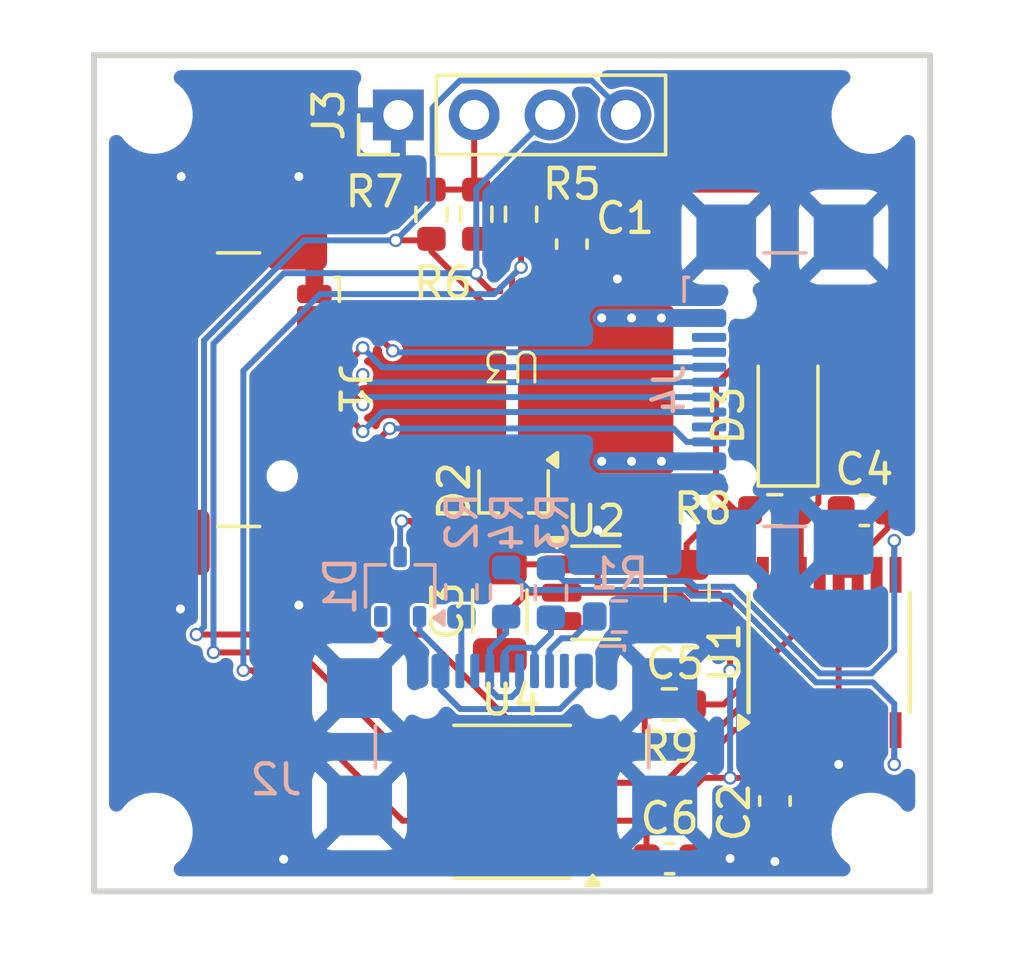
<source format=kicad_pcb>
(kicad_pcb (version 20240108) (generator "pcbnew") (generator_version "8.0")
  (layers (0 "F.Cu" signal) (31 "B.Cu" signal) (34 "B.Paste" user) (35 "F.Paste" user) (36 "B.SilkS" user "B.Silkscreen") (37 "F.SilkS" user "F.Silkscreen") (38 "B.Mask" user) (39 "F.Mask" user) (44 "Edge.Cuts" user))
  (net 0 "")
  (net 1 "+3.3V")
  (net 2 "Net-(D1-A)")
  (net 3 "/VBUS2")
  (net 4 "/VBUS1")
  (net 5 "/I2C_SDA")
  (net 6 "/I2C_SCL")
  (net 7 "/INTn_INA")
  (net 8 "/VBUSFT")
  (net 11 "/UPDI")
  (net 12 "Net-(D3-K)")
  (net 14 "/BD+")
  (net 15 "/AD+")
  (net 17 "/CC1")
  (net 18 "/CC2")
  (net 21 "/D-")
  (net 22 "/D+")
  (net 26 "/RxD")
  (net 28 "/TxD")
  (net 32 "Net-(J2-D+-PadA6)")
  (net 33 "Net-(J2-D--PadA7)")
  (net 34 "Net-(J2-CC1)")
  (net 35 "Net-(J2-CC2)")
  (net 37 "/AD-")
  (net 38 "/BD-")
  (net 39 "GND")
  (net 40 "Net-(U4-~{RESET}{slash}PA0)")
  (footprint "Capacitor_SMD:C_0603_1608Metric" (layer "F.Cu") (at 159.475 123.1 180)
    (property "Reference" "C6" (at 0 1.3476 0) (layer "F.SilkS"))
    (property "Value" "100nF")
    (pad "1" smd roundrect (at -0.775 0 180) (size 0.9 0.95) (layers "F.Cu" "F.Paste" "F.Mask") (net 39 "GND"))
    (pad "2" smd roundrect (at 0.775 0 180) (size 0.9 0.95) (layers "F.Cu" "F.Paste" "F.Mask") (net 1 "+3.3V"))
  )
  (footprint "Package_SO:SOIC-8_3.9x4.9mm_P1.27mm" (layer "F.Cu") (at 154.2 121.2 180)
    (property "Reference" "U4" (at 0.03 3.41 0) (layer "F.SilkS"))
    (property "Value" "ATtiny202-SS")
    (pad "1" smd roundrect (at -2.475 -1.905 180) (size 1.95 0.6) (layers "F.Cu" "F.Paste" "F.Mask") (net 1 "+3.3V"))
    (pad "2" smd roundrect (at -2.475 -0.635 180) (size 1.95 0.6) (layers "F.Cu" "F.Paste" "F.Mask") (net 28 "/TxD"))
    (pad "3" smd roundrect (at -2.475 0.635 180) (size 1.95 0.6) (layers "F.Cu" "F.Paste" "F.Mask") (net 26 "/RxD"))
    (pad "4" smd roundrect (at -2.475 1.905 180) (size 1.95 0.6) (layers "F.Cu" "F.Paste" "F.Mask") (net 5 "/I2C_SDA"))
    (pad "5" smd roundrect (at 2.475 1.905 180) (size 1.95 0.6) (layers "F.Cu" "F.Paste" "F.Mask") (net 6 "/I2C_SCL"))
    (pad "6" smd roundrect (at 2.475 0.635 180) (size 1.95 0.6) (layers "F.Cu" "F.Paste" "F.Mask") (net 40 "Net-(U4-~{RESET}{slash}PA0)"))
    (pad "7" smd roundrect (at 2.475 -0.635 180) (size 1.95 0.6) (layers "F.Cu" "F.Paste" "F.Mask") (net 7 "/INTn_INA"))
    (pad "8" smd roundrect (at 2.475 -1.905 180) (size 1.95 0.6) (layers "F.Cu" "F.Paste" "F.Mask") (net 39 "GND"))
  )
  (footprint "Package_TO_SOT_SMD:SOT-23-5" (layer "F.Cu") (at 157 114.2)
    (property "Reference" "U2" (at 0 -2.4 0) (layer "F.SilkS"))
    (property "Value" "TLV709A33DBV")
    (pad "1" smd roundrect (at -1.1375 -0.95) (size 1.325 0.6) (layers "F.Cu" "F.Paste" "F.Mask") (net 2 "Net-(D1-A)"))
    (pad "2" smd roundrect (at -1.1375 0) (size 1.325 0.6) (layers "F.Cu" "F.Paste" "F.Mask") (net 39 "GND"))
    (pad "3" smd roundrect (at -1.1375 0.95) (size 1.325 0.6) (layers "F.Cu" "F.Paste" "F.Mask"))
    (pad "4" smd roundrect (at 1.1375 0.95) (size 1.325 0.6) (layers "F.Cu" "F.Paste" "F.Mask"))
    (pad "5" smd roundrect (at 1.1375 -0.95) (size 1.325 0.6) (layers "F.Cu" "F.Paste" "F.Mask") (net 1 "+3.3V"))
  )
  (footprint "Capacitor_SMD:C_0603_1608Metric" (layer "F.Cu") (at 156.2 102.525 90)
    (property "Reference" "C1" (at 0.864 1.78 180) (layer "F.SilkS"))
    (property "Value" "100nF")
    (pad "1" smd roundrect (at -0.775 0 90) (size 0.9 0.95) (layers "F.Cu" "F.Paste" "F.Mask") (net 1 "+3.3V"))
    (pad "2" smd roundrect (at 0.775 0 90) (size 0.9 0.95) (layers "F.Cu" "F.Paste" "F.Mask") (net 39 "GND"))
  )
  (footprint "Capacitor_SMD:C_0603_1608Metric" (layer "F.Cu") (at 165.994 111.44 180)
    (property "Reference" "C4" (at 0 1.3716 0) (layer "F.SilkS"))
    (property "Value" "100nF")
    (pad "1" smd roundrect (at -0.775 0 180) (size 0.9 0.95) (layers "F.Cu" "F.Paste" "F.Mask") (net 1 "+3.3V"))
    (pad "2" smd roundrect (at 0.775 0 180) (size 0.9 0.95) (layers "F.Cu" "F.Paste" "F.Mask") (net 39 "GND"))
  )
  (footprint "Connector_PinHeader_2.54mm:PinHeader_1x04_P2.54mm_Vertical" (layer "F.Cu") (at 150.39 98.2 90)
    (property "Reference" "J3" (at 0 -2.33 90) (layer "F.SilkS"))
    (property "Value" "Conn_01x04_Pin")
    (pad "1" thru_hole rect (at 0 0 90) (size 1.7 1.7) (drill 1) (layers "*.Cu" "*.Mask") (net 39 "GND"))
    (pad "2" thru_hole oval (at 0 2.54 90) (size 1.7 1.7) (drill 1) (layers "*.Cu" "*.Mask") (net 1 "+3.3V"))
    (pad "3" thru_hole oval (at 0 5.08 90) (size 1.7 1.7) (drill 1) (layers "*.Cu" "*.Mask") (net 6 "/I2C_SCL"))
    (pad "4" thru_hole oval (at 0 7.62 90) (size 1.7 1.7) (drill 1) (layers "*.Cu" "*.Mask") (net 5 "/I2C_SDA"))
  )
  (footprint "Resistor_SMD:R_0603_1608Metric" (layer "F.Cu") (at 162.996 111.44 180)
    (property "Reference" "R8" (at 2.405 0.052 0) (layer "F.SilkS"))
    (property "Value" "3,3k")
    (pad "1" smd roundrect (at -0.825 0 180) (size 0.8 0.95) (layers "F.Cu" "F.Paste" "F.Mask") (net 11 "/UPDI"))
    (pad "2" smd roundrect (at 0.825 0 180) (size 0.8 0.95) (layers "F.Cu" "F.Paste" "F.Mask") (net 1 "+3.3V"))
  )
  (footprint "Resistor_SMD:R_0603_1608Metric" (layer "F.Cu") (at 151.5 101.525 90)
    (property "Reference" "R7" (at 0.753 -1.902 180) (layer "F.SilkS"))
    (property "Value" "10k")
    (pad "1" smd roundrect (at -0.825 0 90) (size 0.8 0.95) (layers "F.Cu" "F.Paste" "F.Mask") (net 5 "/I2C_SDA"))
    (pad "2" smd roundrect (at 0.825 0 90) (size 0.8 0.95) (layers "F.Cu" "F.Paste" "F.Mask") (net 1 "+3.3V"))
  )
  (footprint "Resistor_SMD:R_0603_1608Metric" (layer "F.Cu") (at 159.4654 117.9424 180)
    (property "Reference" "R9" (at 0 -1.43 0) (layer "F.SilkS"))
    (property "Value" "0")
    (pad "1" smd roundrect (at -0.825 0 180) (size 0.8 0.95) (layers "F.Cu" "F.Paste" "F.Mask") (net 11 "/UPDI"))
    (pad "2" smd roundrect (at 0.825 0 180) (size 0.8 0.95) (layers "F.Cu" "F.Paste" "F.Mask") (net 40 "Net-(U4-~{RESET}{slash}PA0)"))
  )
  (footprint "usb-c-power-meter:YWF0008A" (layer "F.Cu") (at 154.2 104.6 180)
    (property "Reference" "U3" (at 0 -2 180) (layer "F.SilkS") (effects (font (thickness 0.1))))
    (property "Value" "INA700AYWFR")
    (pad "A1" smd roundrect (at -0.387 -0.4 180) (size 0.3 0.404) (layers "F.Cu" "F.Paste" "F.Mask") (roundrect_rratio 0.1666666667) (net 3 "/VBUS2"))
    (pad "A3" smd roundrect (at 0.387 -0.4 180) (size 0.3 0.404) (layers "F.Cu" "F.Paste" "F.Mask") (roundrect_rratio 0.1666666667) (net 4 "/VBUS1"))
    (pad "B1" smd roundrect (at -0.4 0.102 180) (size 0.2 0.2) (layers "F.Cu" "F.Paste" "F.Mask") (net 39 "GND"))
    (pad "B2" smd roundrect (at 0 0.102 180) (size 0.2 0.2) (layers "F.Cu" "F.Paste" "F.Mask") (net 39 "GND"))
    (pad "B3" smd roundrect (at 0.4 0.102 180) (size 0.2 0.2) (layers "F.Cu" "F.Paste" "F.Mask") (net 5 "/I2C_SDA"))
    (pad "C1" smd roundrect (at -0.4 0.502 180) (size 0.2 0.2) (layers "F.Cu" "F.Paste" "F.Mask") (net 1 "+3.3V"))
    (pad "C2" smd roundrect (at 0 0.502 180) (size 0.2 0.2) (layers "F.Cu" "F.Paste" "F.Mask") (net 7 "/INTn_INA"))
    (pad "C3" smd roundrect (at 0.4 0.502 180) (size 0.2 0.2) (layers "F.Cu" "F.Paste" "F.Mask") (net 6 "/I2C_SCL"))
  )
  (footprint "Capacitor_SMD:C_0805_2012Metric" (layer "F.Cu") (at 160.0628 114.2188 -90)
    (property "Reference" "C5" (at 2.352 0.4064 0) (layer "F.SilkS"))
    (property "Value" "10uF")
    (pad "1" smd roundrect (at -0.95 0 270) (size 1 1.45) (layers "F.Cu" "F.Paste" "F.Mask") (net 1 "+3.3V"))
    (pad "2" smd roundrect (at 0.95 0 270) (size 1 1.45) (layers "F.Cu" "F.Paste" "F.Mask") (net 39 "GND"))
  )
  (footprint "Capacitor_SMD:C_1206_3216Metric" (layer "F.Cu") (at 153.789 114.82 -90)
    (property "Reference" "C3" (at 0 1.7526 -90) (layer "F.SilkS"))
    (property "Value" "10uF")
    (pad "1" smd roundrect (at -1.475 0 270) (size 1.15 1.8) (layers "F.Cu" "F.Paste" "F.Mask") (roundrect_rratio 0.217391) (net 2 "Net-(D1-A)"))
    (pad "2" smd roundrect (at 1.475 0 270) (size 1.15 1.8) (layers "F.Cu" "F.Paste" "F.Mask") (roundrect_rratio 0.217391) (net 39 "GND"))
  )
  (footprint "Resistor_SMD:R_0603_1608Metric" (layer "F.Cu") (at 154.5 101.525 90)
    (property "Reference" "R5" (at 1.007 1.702 180) (layer "F.SilkS"))
    (property "Value" "10k")
    (pad "1" smd roundrect (at -0.825 0 90) (size 0.8 0.95) (layers "F.Cu" "F.Paste" "F.Mask") (net 7 "/INTn_INA"))
    (pad "2" smd roundrect (at 0.825 0 90) (size 0.8 0.95) (layers "F.Cu" "F.Paste" "F.Mask") (net 1 "+3.3V"))
  )
  (footprint "Diode_SMD:D_SOD-123" (layer "F.Cu") (at 163.441 108.266 90)
    (property "Reference" "D3" (at 0 -2 90) (layer "F.SilkS"))
    (property "Value" "BAT54GW")
    (pad "1" smd roundrect (at -1.65 0 90) (size 0.9 1.2) (layers "F.Cu" "F.Paste" "F.Mask") (net 12 "Net-(D3-K)"))
    (pad "2" smd roundrect (at 1.65 0 90) (size 0.9 1.2) (layers "F.Cu" "F.Paste" "F.Mask") (net 11 "/UPDI"))
  )
  (footprint "MountingHole:MountingHole_2.2mm_M2" (layer "F.Cu") (at 166.2 98.2)
    (property "Reference" "H2" (hide yes))
    (property "Value" "MountingHole")
    (pad "" np_thru_hole circle (at 0 0) (size 2.2 2.2) (drill 2.2) (layers "F&B.Cu" "*.Mask"))
  )
  (footprint "Connector_USB:USB_C_Receptacle_GCT_USB4110" (layer "F.Cu") (at 143.9 107.4 -90)
    (property "Reference" "J1" (at 0 -5.015 -90) (layer "F.SilkS"))
    (property "Value" "USB4110")
    (pad "" np_thru_hole circle (at -2.89 -2.605 270) (size 0.65 0.65) (drill 0.65) (layers "F&B.Cu" "*.Mask"))
    (pad "" np_thru_hole circle (at 2.89 -2.605 270) (size 0.65 0.65) (drill 0.65) (layers "F&B.Cu" "*.Mask"))
    (pad "A1" smd roundrect (at -3.2 -3.68 270) (size 0.6 1.15) (layers "F.Cu" "F.Paste" "F.Mask") (net 39 "GND"))
    (pad "A4" smd roundrect (at -2.4 -3.68 270) (size 0.6 1.15) (layers "F.Cu" "F.Paste" "F.Mask") (net 4 "/VBUS1"))
    (pad "A5" smd roundrect (at -1.25 -3.68 270) (size 0.3 1.15) (layers "F.Cu" "F.Paste" "F.Mask") (net 17 "/CC1"))
    (pad "A6" smd roundrect (at -0.25 -3.68 270) (size 0.3 1.15) (layers "F.Cu" "F.Paste" "F.Mask") (net 15 "/AD+"))
    (pad "A7" smd roundrect (at 0.25 -3.68 270) (size 0.3 1.15) (layers "F.Cu" "F.Paste" "F.Mask") (net 37 "/AD-"))
    (pad "A8" smd roundrect (at 1.25 -3.68 270) (size 0.3 1.15) (layers "F.Cu" "F.Paste" "F.Mask"))
    (pad "A9" smd roundrect (at 2.4 -3.68 270) (size 0.6 1.15) (layers "F.Cu" "F.Paste" "F.Mask") (net 4 "/VBUS1"))
    (pad "A12" smd roundrect (at 3.2 -3.68 270) (size 0.6 1.15) (layers "F.Cu" "F.Paste" "F.Mask") (net 39 "GND"))
    (pad "B1" smd roundrect (at 3.2 -3.68 270) (size 0.6 1.15) (layers "F.Cu" "F.Paste" "F.Mask") (net 39 "GND"))
    (pad "B4" smd roundrect (at 2.4 -3.68 270) (size 0.6 1.15) (layers "F.Cu" "F.Paste" "F.Mask") (net 4 "/VBUS1"))
    (pad "B5" smd roundrect (at 1.75 -3.68 270) (size 0.3 1.15) (layers "F.Cu" "F.Paste" "F.Mask") (net 18 "/CC2"))
    (pad "B6" smd roundrect (at 0.75 -3.68 270) (size 0.3 1.15) (layers "F.Cu" "F.Paste" "F.Mask") (net 14 "/BD+"))
    (pad "B7" smd roundrect (at -0.75 -3.68 270) (size 0.3 1.15) (layers "F.Cu" "F.Paste" "F.Mask") (net 38 "/BD-"))
    (pad "B8" smd roundrect (at -1.75 -3.68 270) (size 0.3 1.15) (layers "F.Cu" "F.Paste" "F.Mask"))
    (pad "B9" smd roundrect (at -2.4 -3.68 270) (size 0.6 1.15) (layers "F.Cu" "F.Paste" "F.Mask") (net 4 "/VBUS1"))
    (pad "B12" smd roundrect (at -3.2 -3.68 270) (size 0.6 1.15) (layers "F.Cu" "F.Paste" "F.Mask") (net 39 "GND"))
    (pad "S1" smd roundrect (at -5.11 -3.105 270) (size 2.18 2) (layers "F.Cu" "F.Paste" "F.Mask") (roundrect_rratio 0.125) (net 39 "GND"))
    (pad "S1" smd roundrect (at -5.11 0.825 270) (size 2.18 2) (layers "F.Cu" "F.Paste" "F.Mask") (roundrect_rratio 0.125) (net 39 "GND"))
    (pad "S1" smd roundrect (at 5.11 -3.105 270) (size 2.18 2) (layers "F.Cu" "F.Paste" "F.Mask") (roundrect_rratio 0.125) (net 39 "GND"))
    (pad "S1" smd roundrect (at 5.11 0.825 270) (size 2.18 2) (layers "F.Cu" "F.Paste" "F.Mask") (roundrect_rratio 0.125) (net 39 "GND"))
  )
  (footprint "Package_TO_SOT_SMD:SOT-323_SC-70" (layer "F.Cu") (at 154.25 110.8 -90)
    (property "Reference" "D2" (at 0.005 1.985 90) (layer "F.SilkS"))
    (property "Value" "BAT854CW")
    (pad "1" smd roundrect (at -1 -0.65 180) (size 0.45 0.7) (layers "F.Cu" "F.Paste" "F.Mask") (net 3 "/VBUS2"))
    (pad "2" smd roundrect (at -1 0.65 180) (size 0.45 0.7) (layers "F.Cu" "F.Paste" "F.Mask") (net 4 "/VBUS1"))
    (pad "3" smd roundrect (at 1 0 180) (size 0.45 0.7) (layers "F.Cu" "F.Paste" "F.Mask") (net 2 "Net-(D1-A)"))
  )
  (footprint "Capacitor_SMD:C_0603_1608Metric" (layer "F.Cu") (at 163 121.175 90)
    (property "Reference" "C2" (at -0.3742 -1.3624 90) (layer "F.SilkS"))
    (property "Value" "100nF")
    (pad "1" smd roundrect (at -0.775 0 90) (size 0.9 0.95) (layers "F.Cu" "F.Paste" "F.Mask") (net 39 "GND"))
    (pad "2" smd roundrect (at 0.775 0 90) (size 0.9 0.95) (layers "F.Cu" "F.Paste" "F.Mask") (net 1 "+3.3V"))
  )
  (footprint "MountingHole:MountingHole_2.2mm_M2" (layer "F.Cu") (at 142.2 122.2)
    (property "Reference" "H3" (hide yes))
    (property "Value" "MountingHole")
    (pad "" np_thru_hole circle (at 0 0) (size 2.2 2.2) (drill 2.2) (layers "F&B.Cu" "*.Mask"))
  )
  (footprint "MountingHole:MountingHole_2.2mm_M2" (layer "F.Cu") (at 142.2 98.2)
    (property "Reference" "H1" (hide yes))
    (property "Value" "MountingHole")
    (pad "" np_thru_hole circle (at 0 0) (size 2.2 2.2) (drill 2.2) (layers "F&B.Cu" "*.Mask"))
  )
  (footprint "Resistor_SMD:R_0603_1608Metric" (layer "F.Cu") (at 153 101.525 90)
    (property "Reference" "R6" (at -2.295 -1.116 180) (layer "F.SilkS"))
    (property "Value" "10k")
    (pad "1" smd roundrect (at -0.825 0 90) (size 0.8 0.95) (layers "F.Cu" "F.Paste" "F.Mask") (net 6 "/I2C_SCL"))
    (pad "2" smd roundrect (at 0.825 0 90) (size 0.8 0.95) (layers "F.Cu" "F.Paste" "F.Mask") (net 1 "+3.3V"))
  )
  (footprint "MountingHole:MountingHole_2.2mm_M2" (layer "F.Cu") (at 166.2 122.2)
    (property "Reference" "H4" (hide yes))
    (property "Value" "MountingHole")
    (pad "" np_thru_hole circle (at 0 0) (size 2.2 2.2) (drill 2.2) (layers "F&B.Cu" "*.Mask"))
  )
  (footprint "Package_SO:SSOP-16_3.9x4.9mm_P0.635mm" (layer "F.Cu") (at 164.8175 116.2 90)
    (property "Reference" "U1" (at 0 -3.5 90) (layer "F.SilkS"))
    (property "Value" "FT230XS")
    (pad "1" smd rect (at -2.6 -2.2225 90) (size 1.2 0.4) (layers "F.Cu" "F.Paste" "F.Mask") (net 28 "/TxD"))
    (pad "2" smd rect (at -2.6 -1.5875 90) (size 1.2 0.4) (layers "F.Cu" "F.Paste" "F.Mask"))
    (pad "3" smd rect (at -2.6 -0.9525 90) (size 1.2 0.4) (layers "F.Cu" "F.Paste" "F.Mask") (net 1 "+3.3V"))
    (pad "4" smd rect (at -2.6 -0.3175 90) (size 1.2 0.4) (layers "F.Cu" "F.Paste" "F.Mask") (net 26 "/RxD"))
    (pad "5" smd rect (at -2.6 0.3175 90) (size 1.2 0.4) (layers "F.Cu" "F.Paste" "F.Mask") (net 39 "GND"))
    (pad "6" smd rect (at -2.6 0.9525 90) (size 1.2 0.4) (layers "F.Cu" "F.Paste" "F.Mask"))
    (pad "7" smd rect (at -2.6 1.5875 90) (size 1.2 0.4) (layers "F.Cu" "F.Paste" "F.Mask"))
    (pad "8" smd rect (at -2.6 2.2225 90) (size 1.2 0.4) (layers "F.Cu" "F.Paste" "F.Mask") (net 22 "/D+"))
    (pad "9" smd rect (at 2.6 2.2225 90) (size 1.2 0.4) (layers "F.Cu" "F.Paste" "F.Mask") (net 21 "/D-"))
    (pad "10" smd rect (at 2.6 1.5875 90) (size 1.2 0.4) (layers "F.Cu" "F.Paste" "F.Mask"))
    (pad "11" smd rect (at 2.6 0.9525 90) (size 1.2 0.4) (layers "F.Cu" "F.Paste" "F.Mask") (net 1 "+3.3V"))
    (pad "12" smd rect (at 2.6 0.3175 90) (size 1.2 0.4) (layers "F.Cu" "F.Paste" "F.Mask") (net 1 "+3.3V"))
    (pad "13" smd rect (at 2.6 -0.3175 90) (size 1.2 0.4) (layers "F.Cu" "F.Paste" "F.Mask") (net 39 "GND"))
    (pad "14" smd rect (at 2.6 -0.9525 90) (size 1.2 0.4) (layers "F.Cu" "F.Paste" "F.Mask") (net 11 "/UPDI"))
    (pad "15" smd rect (at 2.6 -1.5875 90) (size 1.2 0.4) (layers "F.Cu" "F.Paste" "F.Mask") (net 12 "Net-(D3-K)"))
    (pad "16" smd rect (at 2.6 -2.2225 90) (size 1.2 0.4) (layers "F.Cu" "F.Paste" "F.Mask"))
  )
  (footprint "Resistor_SMD:R_0603_1608Metric" (layer "B.Cu") (at 155.5 114.2 -90)
    (property "Reference" "R3" (at -2.379 -0.067 -90) (layer "B.SilkS") (effects (justify mirror)))
    (property "Value" "27")
    (pad "1" smd roundrect (at -0.825 0 270) (size 0.8 0.95) (layers "B.Cu" "B.Paste" "B.Mask") (net 21 "/D-"))
    (pad "2" smd roundrect (at 0.825 0 270) (size 0.8 0.95) (layers "B.Cu" "B.Paste" "B.Mask") (net 33 "Net-(J2-D--PadA7)"))
  )
  (footprint "Resistor_SMD:R_0603_1608Metric" (layer "B.Cu") (at 152.5 114.175 -90)
    (property "Reference" "R2" (at -2.354 -0.019 -90) (layer "B.SilkS") (effects (justify mirror)))
    (property "Value" "5,1k")
    (pad "1" smd roundrect (at -0.825 0 270) (size 0.8 0.95) (layers "B.Cu" "B.Paste" "B.Mask") (net 39 "GND"))
    (pad "2" smd roundrect (at 0.825 0 270) (size 0.8 0.95) (layers "B.Cu" "B.Paste" "B.Mask") (net 35 "Net-(J2-CC2)"))
  )
  (footprint "Connector_USB:USB_C_Receptacle_GCT_USB4110" (layer "B.Cu") (at 164.475 107.4 -90)
    (property "Reference" "J4" (at 0 5.015 90) (layer "B.SilkS") (effects (justify mirror)))
    (property "Value" "USB4110")
    (pad "" np_thru_hole circle (at -2.89 2.605 270) (size 0.65 0.65) (drill 0.65) (layers "F&B.Cu" "*.Mask"))
    (pad "" np_thru_hole circle (at 2.89 2.605 270) (size 0.65 0.65) (drill 0.65) (layers "F&B.Cu" "*.Mask"))
    (pad "A1" smd roundrect (at -3.2 3.68 270) (size 0.6 1.15) (layers "B.Cu" "B.Paste" "B.Mask") (net 39 "GND"))
    (pad "A4" smd roundrect (at -2.4 3.68 270) (size 0.6 1.15) (layers "B.Cu" "B.Paste" "B.Mask") (net 3 "/VBUS2"))
    (pad "A5" smd roundrect (at -1.25 3.68 270) (size 0.3 1.15) (layers "B.Cu" "B.Paste" "B.Mask") (net 17 "/CC1"))
    (pad "A6" smd roundrect (at -0.25 3.68 270) (size 0.3 1.15) (layers "B.Cu" "B.Paste" "B.Mask") (net 15 "/AD+"))
    (pad "A7" smd roundrect (at 0.25 3.68 270) (size 0.3 1.15) (layers "B.Cu" "B.Paste" "B.Mask") (net 37 "/AD-"))
    (pad "A8" smd roundrect (at 1.25 3.68 270) (size 0.3 1.15) (layers "B.Cu" "B.Paste" "B.Mask"))
    (pad "A9" smd roundrect (at 2.4 3.68 270) (size 0.6 1.15) (layers "B.Cu" "B.Paste" "B.Mask") (net 3 "/VBUS2"))
    (pad "A12" smd roundrect (at 3.2 3.68 270) (size 0.6 1.15) (layers "B.Cu" "B.Paste" "B.Mask") (net 39 "GND"))
    (pad "B1" smd roundrect (at 3.2 3.68 270) (size 0.6 1.15) (layers "B.Cu" "B.Paste" "B.Mask") (net 39 "GND"))
    (pad "B4" smd roundrect (at 2.4 3.68 270) (size 0.6 1.15) (layers "B.Cu" "B.Paste" "B.Mask") (net 3 "/VBUS2"))
    (pad "B5" smd roundrect (at 1.75 3.68 270) (size 0.3 1.15) (layers "B.Cu" "B.Paste" "B.Mask") (net 18 "/CC2"))
    (pad "B6" smd roundrect (at 0.75 3.68 270) (size 0.3 1.15) (layers "B.Cu" "B.Paste" "B.Mask") (net 14 "/BD+"))
    (pad "B7" smd roundrect (at -0.75 3.68 270) (size 0.3 1.15) (layers "B.Cu" "B.Paste" "B.Mask") (net 38 "/BD-"))
    (pad "B8" smd roundrect (at -1.75 3.68 270) (size 0.3 1.15) (layers "B.Cu" "B.Paste" "B.Mask"))
    (pad "B9" smd roundrect (at -2.4 3.68 270) (size 0.6 1.15) (layers "B.Cu" "B.Paste" "B.Mask") (net 3 "/VBUS2"))
    (pad "B12" smd roundrect (at -3.2 3.68 270) (size 0.6 1.15) (layers "B.Cu" "B.Paste" "B.Mask") (net 39 "GND"))
    (pad "S1" smd roundrect (at -5.11 -0.825 270) (size 2.18 2) (layers "B.Cu" "B.Paste" "B.Mask") (roundrect_rratio 0.125) (net 39 "GND"))
    (pad "S1" smd roundrect (at -5.11 3.105 270) (size 2.18 2) (layers "B.Cu" "B.Paste" "B.Mask") (roundrect_rratio 0.125) (net 39 "GND"))
    (pad "S1" smd roundrect (at 5.11 -0.825 270) (size 2.18 2) (layers "B.Cu" "B.Paste" "B.Mask") (roundrect_rratio 0.125) (net 39 "GND"))
    (pad "S1" smd roundrect (at 5.11 3.105 270) (size 2.18 2) (layers "B.Cu" "B.Paste" "B.Mask") (roundrect_rratio 0.125) (net 39 "GND"))
  )
  (footprint "Resistor_SMD:R_0603_1608Metric" (layer "B.Cu") (at 157.789 114.996 180)
    (property "Reference" "R1" (at 0 1.43 0) (layer "B.SilkS") (effects (justify mirror)))
    (property "Value" "5,1k")
    (pad "1" smd roundrect (at -0.825 0 180) (size 0.8 0.95) (layers "B.Cu" "B.Paste" "B.Mask") (net 39 "GND"))
    (pad "2" smd roundrect (at 0.825 0 180) (size 0.8 0.95) (layers "B.Cu" "B.Paste" "B.Mask") (net 34 "Net-(J2-CC1)"))
  )
  (footprint "Resistor_SMD:R_0603_1608Metric" (layer "B.Cu") (at 154 114.175 -90)
    (property "Reference" "R4" (at -2.354 -0.043 -90) (layer "B.SilkS") (effects (justify mirror)))
    (property "Value" "27")
    (pad "1" smd roundrect (at -0.825 0 270) (size 0.8 0.95) (layers "B.Cu" "B.Paste" "B.Mask") (net 22 "/D+"))
    (pad "2" smd roundrect (at 0.825 0 270) (size 0.8 0.95) (layers "B.Cu" "B.Paste" "B.Mask") (net 32 "Net-(J2-D+-PadA6)"))
  )
  (footprint "Connector_USB:USB_C_Receptacle_GCT_USB4110" (layer "B.Cu") (at 154.2 120.5 180)
    (property "Reference" "J2" (at 7.904 0.043 0) (layer "B.SilkS") (effects (justify mirror)))
    (property "Value" "USB4110")
    (pad "" np_thru_hole circle (at -2.89 2.605 180) (size 0.65 0.65) (drill 0.65) (layers "F&B.Cu" "*.Mask"))
    (pad "" np_thru_hole circle (at 2.89 2.605 180) (size 0.65 0.65) (drill 0.65) (layers "F&B.Cu" "*.Mask"))
    (pad "A1" smd roundrect (at -3.2 3.68 180) (size 0.6 1.15) (layers "B.Cu" "B.Paste" "B.Mask") (net 39 "GND"))
    (pad "A4" smd roundrect (at -2.4 3.68 180) (size 0.6 1.15) (layers "B.Cu" "B.Paste" "B.Mask") (net 8 "/VBUSFT"))
    (pad "A5" smd roundrect (at -1.25 3.68 180) (size 0.3 1.15) (layers "B.Cu" "B.Paste" "B.Mask") (net 34 "Net-(J2-CC1)"))
    (pad "A6" smd roundrect (at -0.25 3.68 180) (size 0.3 1.15) (layers "B.Cu" "B.Paste" "B.Mask") (net 32 "Net-(J2-D+-PadA6)"))
    (pad "A7" smd roundrect (at 0.25 3.68 180) (size 0.3 1.15) (layers "B.Cu" "B.Paste" "B.Mask") (net 33 "Net-(J2-D--PadA7)"))
    (pad "A8" smd roundrect (at 1.25 3.68 180) (size 0.3 1.15) (layers "B.Cu" "B.Paste" "B.Mask"))
    (pad "A9" smd roundrect (at 2.4 3.68 180) (size 0.6 1.15) (layers "B.Cu" "B.Paste" "B.Mask") (net 8 "/VBUSFT"))
    (pad "A12" smd roundrect (at 3.2 3.68 180) (size 0.6 1.15) (layers "B.Cu" "B.Paste" "B.Mask") (net 39 "GND"))
    (pad "B1" smd roundrect (at 3.2 3.68 180) (size 0.6 1.15) (layers "B.Cu" "B.Paste" "B.Mask") (net 39 "GND"))
    (pad "B4" smd roundrect (at 2.4 3.68 180) (size 0.6 1.15) (layers "B.Cu" "B.Paste" "B.Mask") (net 8 "/VBUSFT"))
    (pad "B5" smd roundrect (at 1.75 3.68 180) (size 0.3 1.15) (layers "B.Cu" "B.Paste" "B.Mask") (net 35 "Net-(J2-CC2)"))
    (pad "B6" smd roundrect (at 0.75 3.68 180) (size 0.3 1.15) (layers "B.Cu" "B.Paste" "B.Mask") (net 32 "Net-(J2-D+-PadA6)"))
    (pad "B7" smd roundrect (at -0.75 3.68 180) (size 0.3 1.15) (layers "B.Cu" "B.Paste" "B.Mask") (net 33 "Net-(J2-D--PadA7)"))
    (pad "B8" smd roundrect (at -1.75 3.68 180) (size 0.3 1.15) (layers "B.Cu" "B.Paste" "B.Mask"))
    (pad "B9" smd roundrect (at -2.4 3.68 180) (size 0.6 1.15) (layers "B.Cu" "B.Paste" "B.Mask") (net 8 "/VBUSFT"))
    (pad "B12" smd roundrect (at -3.2 3.68 180) (size 0.6 1.15) (layers "B.Cu" "B.Paste" "B.Mask") (net 39 "GND"))
    (pad "S1" smd roundrect (at -5.11 -0.825 180) (size 2.18 2) (layers "B.Cu" "B.Paste" "B.Mask") (roundrect_rratio 0.125) (net 39 "GND"))
    (pad "S1" smd roundrect (at -5.11 3.105 180) (size 2.18 2) (layers "B.Cu" "B.Paste" "B.Mask") (roundrect_rratio 0.125) (net 39 "GND"))
    (pad "S1" smd roundrect (at 5.11 -0.825 180) (size 2.18 2) (layers "B.Cu" "B.Paste" "B.Mask") (roundrect_rratio 0.125) (net 39 "GND"))
    (pad "S1" smd roundrect (at 5.11 3.105 180) (size 2.18 2) (layers "B.Cu" "B.Paste" "B.Mask") (roundrect_rratio 0.125) (net 39 "GND"))
  )
  (footprint "Package_TO_SOT_SMD:SOT-323_SC-70" (layer "B.Cu") (at 150.45 113.996 90)
    (property "Reference" "D1" (at 0.02 -1.995 90) (layer "B.SilkS") (effects (justify mirror)))
    (property "Value" "BAT854CW")
    (pad "1" smd roundrect (at -1 0.65 180) (size 0.45 0.7) (layers "B.Cu" "B.Paste" "B.Mask") (net 8 "/VBUSFT"))
    (pad "2" smd roundrect (at -1 -0.65 180) (size 0.45 0.7) (layers "B.Cu" "B.Paste" "B.Mask"))
    (pad "3" smd roundrect (at 1 0 180) (size 0.45 0.7) (layers "B.Cu" "B.Paste" "B.Mask") (net 2 "Net-(D1-A)"))
  )
  (gr_rect (start 140.2 96.2) (end 168.2 124.2) (stroke (width 0.2)) (fill none) (layer "Edge.Cuts"))
  (segment (start 166.547 112.269603) (end 166.547 112.271) (width 0.2) (layer "F.Cu") (net 1))
  (segment (start 163.865 118.8) (end 163.865 120.135) (width 0.2) (layer "F.Cu") (net 1))
  (segment (start 163.6 120.4) (end 163 120.4) (width 0.2) (layer "F.Cu") (net 1))
  (segment (start 160.0628 113.8784) (end 160.4184 114.234) (width 0.2) (layer "F.Cu") (net 1))
  (segment (start 158.1375 113.25) (end 160.044 113.25) (width 0.2) (layer "F.Cu") (net 1))
  (segment (start 163.5 101.6) (end 163.5 104.768) (width 0.2) (layer "F.Cu") (net 1))
  (segment (start 166.769 111.44) (end 166.769 112.047603) (width 0.2) (layer "F.Cu") (net 1))
  (segment (start 160.044 113.25) (end 160.044 112.5764) (width 0.2) (layer "F.Cu") (net 1))
  (segment (start 158.7 122.3) (end 160.6 120.4) (width 0.2) (layer "F.Cu") (net 1))
  (segment (start 160.4184 114.234) (end 161.1296 114.234) (width 0.2) (layer "F.Cu") (net 1))
  (segment (start 155.924 104.098) (end 156.2 103.822) (width 0.2) (layer "F.Cu") (net 1))
  (segment (start 166.547 112.271) (end 165.77 113.048) (width 0.2) (layer "F.Cu") (net 1))
  (segment (start 163.865 120.135) (end 163.6 120.4) (width 0.2) (layer "F.Cu") (net 1))
  (segment (start 154.5 100.7) (end 155.4 100.7) (width 0.2) (layer "F.Cu") (net 1))
  (segment (start 162.6 100.7) (end 155.4 100.7) (width 0.2) (layer "F.Cu") (net 1))
  (segment (start 162.171 111.44) (end 161.663 111.44) (width 0.2) (layer "F.Cu") (net 1))
  (segment (start 161.663 111.44) (end 161.028 110.805) (width 0.2) (layer "F.Cu") (net 1))
  (segment (start 161.028 110.805) (end 161.028 107.2236) (width 0.2) (layer "F.Cu") (net 1))
  (segment (start 163.5 101.6) (end 162.6 100.7) (width 0.2) (layer "F.Cu") (net 1))
  (segment (start 166.769 112.047603) (end 166.547 112.269603) (width 0.2) (layer "F.Cu") (net 1))
  (segment (start 166.769 108.037) (end 166.769 111.44) (width 0.2) (layer "F.Cu") (net 1))
  (segment (start 161.1296 114.234) (end 161.5 114.6044) (width 0.2) (layer "F.Cu") (net 1))
  (segment (start 152.93 98.2) (end 152.93 100.63) (width 0.2) (layer "F.Cu") (net 1))
  (segment (start 161.028 107.2236) (end 163.5 104.7516) (width 0.2) (layer "F.Cu") (net 1))
  (segment (start 154.6 104.098) (end 155.924 104.098) (width 0.2) (layer "F.Cu") (net 1))
  (segment (start 158.695 123.105) (end 158.7 123.1) (width 0.2) (layer "F.Cu") (net 1))
  (segment (start 161.5 114.6044) (end 161.5 116.8) (width 0.2) (layer "F.Cu") (net 1))
  (segment (start 156.2 103.3) (end 155.4 102.5) (width 0.2) (layer "F.Cu") (net 1))
  (segment (start 156.675 123.105) (end 158.695 123.105) (width 0.2) (layer "F.Cu") (net 1))
  (segment (start 152.93 100.63) (end 153 100.7) (width 0.2) (layer "F.Cu") (net 1))
  (segment (start 161.1804 111.44) (end 161.663 111.44) (width 0.2) (layer "F.Cu") (net 1))
  (segment (start 165.77 113.048) (end 165.77 113.6) (width 0.2) (layer "F.Cu") (net 1))
  (segment (start 160.044 112.5764) (end 161.1804 111.44) (width 0.2) (layer "F.Cu") (net 1))
  (segment (start 155.4 102.5) (end 155.4 100.7) (width 0.2) (layer "F.Cu") (net 1))
  (segment (start 163.5 104.768) (end 166.769 108.037) (width 0.2) (layer "F.Cu") (net 1))
  (segment (start 160.6 120.4) (end 161.5 120.4) (width 0.2) (layer "F.Cu") (net 1))
  (segment (start 165.135 113.6) (end 165.77 113.6) (width 0.2) (layer "F.Cu") (net 1))
  (segment (start 160.0628 113.2688) (end 160.0628 113.8784) (width 0.2) (layer "F.Cu") (net 1))
  (segment (start 160.0628 113.2688) (end 160.044 113.25) (width 0.2) (layer "F.Cu") (net 1))
  (segment (start 156.2 103.822) (end 156.2 103.3) (width 0.2) (layer "F.Cu") (net 1))
  (segment (start 161.5 120.4) (end 163 120.4) (width 0.2) (layer "F.Cu") (net 1))
  (segment (start 163.5 104.7516) (end 163.5 101.6) (width 0.2) (layer "F.Cu") (net 1))
  (segment (start 153 100.7) (end 154.5 100.7) (width 0.2) (layer "F.Cu") (net 1))
  (segment (start 158.7 123.1) (end 158.7 122.3) (width 0.2) (layer "F.Cu") (net 1))
  (segment (start 151.5 100.7) (end 153 100.7) (width 0.2) (layer "F.Cu") (net 1))
  (via (at 161.5 116.8) (size 0.45) (drill 0.3) (layers "F.Cu" "B.Cu") (net 1))
  (via (at 161.5 120.4) (size 0.45) (drill 0.3) (layers "F.Cu" "B.Cu") (net 1))
  (segment (start 161.5 116.8) (end 161.5 120.4) (width 0.2) (layer "B.Cu") (net 1))
  (segment (start 154.25 111.8) (end 154.25 112.884) (width 0.2) (layer "F.Cu") (net 2))
  (segment (start 150.8 111.8) (end 150.5 111.8) (width 0.2) (layer "F.Cu") (net 2))
  (segment (start 155.8375 113.225) (end 155.8625 113.25) (width 0.2) (layer "F.Cu") (net 2))
  (segment (start 153.884 113.25) (end 153.789 113.345) (width 0.2) (layer "F.Cu") (net 2))
  (segment (start 153.789 113.345) (end 152.345 113.345) (width 0.2) (layer "F.Cu") (net 2))
  (segment (start 155.8625 113.25) (end 153.884 113.25) (width 0.2) (layer "F.Cu") (net 2))
  (segment (start 154.25 112.884) (end 153.789 113.345) (width 0.2) (layer "F.Cu") (net 2))
  (segment (start 152.345 113.345) (end 150.8 111.8) (width 0.2) (layer "F.Cu") (net 2))
  (via (at 150.5 111.8) (size 0.45) (drill 0.3) (layers "F.Cu" "B.Cu") (net 2))
  (segment (start 150.45 113) (end 150.45 111.85) (width 0.2) (layer "B.Cu") (net 2))
  (segment (start 150.45 111.85) (end 150.5 111.8) (width 0.2) (layer "B.Cu") (net 2))
  (via (at 159.2 109.8) (size 0.45) (drill 0.3) (layers "F.Cu" "B.Cu") (net 3))
  (via (at 158.2 105) (size 0.45) (drill 0.3) (layers "F.Cu" "B.Cu") (net 3))
  (via (at 158.2 109.8) (size 0.45) (drill 0.3) (layers "F.Cu" "B.Cu") (net 3))
  (via (at 159.2 105) (size 0.45) (drill 0.3) (layers "F.Cu" "B.Cu") (net 3))
  (via (at 157.2 109.8) (size 0.45) (drill 0.3) (layers "F.Cu" "B.Cu") (net 3))
  (via (at 157.2 105) (size 0.45) (drill 0.3) (layers "F.Cu" "B.Cu") (net 3))
  (segment (start 158.2 105) (end 157.2 105) (width 0.6) (layer "B.Cu") (net 3))
  (segment (start 160.795 109.8) (end 159.6 109.8) (width 0.6) (layer "B.Cu") (net 3))
  (segment (start 160.795 105) (end 159.3 105) (width 0.6) (layer "B.Cu") (net 3))
  (segment (start 159.3 105) (end 159.2 105) (width 0.6) (layer "B.Cu") (net 3))
  (segment (start 159.2 109.8) (end 158.2 109.8) (width 0.6) (layer "B.Cu") (net 3))
  (segment (start 159.6 109.8) (end 159.2 109.8) (width 0.6) (layer "B.Cu") (net 3))
  (segment (start 159.2 105) (end 158.2 105) (width 0.6) (layer "B.Cu") (net 3))
  (segment (start 158.2 109.8) (end 157.2 109.8) (width 0.6) (layer "B.Cu") (net 3))
  (segment (start 153.220182 104.498) (end 153.8 104.498) (width 0.2) (layer "F.Cu") (net 5))
  (segment (start 151.5 102.35) (end 151.5 102.777818) (width 0.2) (layer "F.Cu") (net 5))
  (segment (start 151.5 102.777818) (end 153.220182 104.498) (width 0.2) (layer "F.Cu") (net 5))
  (segment (start 154.913 119.295) (end 156.675 119.295) (width 0.2) (layer "F.Cu") (net 5))
  (segment (start 151.45 102.4) (end 151.5 102.35) (width 0.2) (layer "F.Cu") (net 5))
  (segment (start 150.3 102.4) (end 151.45 102.4) (width 0.2) (layer "F.Cu") (net 5))
  (segment (start 143.629 115.6) (end 151.218 115.6) (width 0.2) (layer "F.Cu") (net 5))
  (segment (start 151.218 115.6) (end 154.913 119.295) (width 0.2) (layer "F.Cu") (net 5))
  (via (at 143.629 115.6) (size 0.45) (drill 0.3) (layers "F.Cu" "B.Cu") (net 5))
  (via (at 150.3 102.4) (size 0.45) (drill 0.3) (layers "F.Cu" "B.Cu") (net 5))
  (segment (start 143.883 115.346) (end 143.883 105.753142) (width 0.2) (layer "B.Cu") (net 5))
  (segment (start 147.236142 102.4) (end 150.3 102.4) (width 0.2) (layer "B.Cu") (net 5))
  (segment (start 143.883 105.753142) (end 147.236142 102.4) (width 0.2) (layer "B.Cu") (net 5))
  (segment (start 151.54 97.96) (end 152.45 97.05) (width 0.2) (layer "B.Cu") (net 5))
  (segment (start 143.629 115.6) (end 143.883 115.346) (width 0.2) (layer "B.Cu") (net 5))
  (segment (start 152.45 97.05) (end 156.86 97.05) (width 0.2) (layer "B.Cu") (net 5))
  (segment (start 156.86 97.05) (end 158.01 98.2) (width 0.2) (layer "B.Cu") (net 5))
  (segment (start 150.3 102.4) (end 151.54 101.16) (width 0.2) (layer "B.Cu") (net 5))
  (segment (start 151.54 101.16) (end 151.54 97.96) (width 0.2) (layer "B.Cu") (net 5))
  (segment (start 153 103.6) (end 153.498 104.098) (width 0.2) (layer "F.Cu") (net 6))
  (segment (start 153 102.35) (end 153 103.5) (width 0.2) (layer "F.Cu") (net 6))
  (segment (start 153 103.5) (end 153 103.6) (width 0.2) (layer "F.Cu") (net 6))
  (segment (start 151.725 119.295) (end 150.195 119.295) (width 0.2) (layer "F.Cu") (net 6))
  (segment (start 147.1 116.2) (end 144.2 116.2) (width 0.2) (layer "F.Cu") (net 6))
  (segment (start 153.498 104.098) (end 153.8 104.098) (width 0.2) (layer "F.Cu") (net 6))
  (segment (start 150.195 119.295) (end 147.1 116.2) (width 0.2) (layer "F.Cu") (net 6))
  (via (at 153 103.5) (size 0.45) (drill 0.3) (layers "F.Cu" "B.Cu") (net 6))
  (via (at 144.2 116.2) (size 0.45) (drill 0.3) (layers "F.Cu" "B.Cu") (net 6))
  (segment (start 144.2 105.860406) (end 146.560406 103.5) (width 0.2) (layer "B.Cu") (net 6))
  (segment (start 144.2 116.2) (end 144.2 105.860406) (width 0.2) (layer "B.Cu") (net 6))
  (segment (start 153 100.67) (end 155.47 98.2) (width 0.2) (layer "B.Cu") (net 6))
  (segment (start 146.560406 103.5) (end 153 103.5) (width 0.2) (layer "B.Cu") (net 6))
  (segment (start 153 103.5) (end 153 100.67) (width 0.2) (layer "B.Cu") (net 6))
  (segment (start 154.5 103.3) (end 154.2 103.6) (width 0.2) (layer "F.Cu") (net 7))
  (segment (start 151.725 121.835) (end 150.535 121.835) (width 0.2) (layer "F.Cu") (net 7))
  (segment (start 154.5 102.35) (end 154.5 103.3) (width 0.2) (layer "F.Cu") (net 7))
  (segment (start 145.5 116.8) (end 145.2 116.8) (width 0.2) (layer "F.Cu") (net 7))
  (segment (start 150.535 121.835) (end 145.5 116.8) (width 0.2) (layer "F.Cu") (net 7))
  (segment (start 154.2 103.6) (end 154.2 104.098) (width 0.2) (layer "F.Cu") (net 7))
  (via (at 154.5 103.3) (size 0.45) (drill 0.3) (layers "F.Cu" "B.Cu") (net 7))
  (via (at 145.2 116.8) (size 0.45) (drill 0.3) (layers "F.Cu" "B.Cu") (net 7))
  (segment (start 154.5 103.3) (end 153.6 104.2) (width 0.2) (layer "B.Cu") (net 7))
  (segment (start 153.6 104.2) (end 147.769594 104.2) (width 0.2) (layer "B.Cu") (net 7))
  (segment (start 145.2 106.769594) (end 145.2 116.8) (width 0.2) (layer "B.Cu") (net 7))
  (segment (start 147.769594 104.2) (end 145.2 106.769594) (width 0.2) (layer "B.Cu") (net 7))
  (segment (start 152.464594 118.095) (end 151.8 117.430406) (width 0.2) (layer "B.Cu") (net 8))
  (segment (start 155.805 118.095) (end 152.464594 118.095) (width 0.2) (layer "B.Cu") (net 8))
  (segment (start 151.8 117.430406) (end 151.8 116.82) (width 0.2) (layer "B.Cu") (net 8))
  (segment (start 156.6 116.82) (end 156.6 117.3) (width 0.2) (layer "B.Cu") (net 8))
  (segment (start 151.1 115.482) (end 151.8 116.182) (width 0.2) (layer "B.Cu") (net 8))
  (segment (start 151.1 115) (end 151.1 115.482) (width 0.2) (layer "B.Cu") (net 8))
  (segment (start 156.6 117.3) (end 155.805 118.095) (width 0.2) (layer "B.Cu") (net 8))
  (segment (start 151.8 116.182) (end 151.8 116.82) (width 0.2) (layer "B.Cu") (net 8))
  (segment (start 163.821 111.44) (end 163.821 111.82) (width 0.2) (layer "F.Cu") (net 11))
  (segment (start 163.821 111.82) (end 163.865 111.864) (width 0.2) (layer "F.Cu") (net 11))
  (segment (start 163.441 106.616) (end 164.123 106.616) (width 0.2) (layer "F.Cu") (net 11))
  (segment (start 161.282 117.9424) (end 163.865 115.3594) (width 0.2) (layer "F.Cu") (net 11))
  (segment (start 164.123 106.616) (end 164.457 106.95) (width 0.2) (layer "F.Cu") (net 11))
  (segment (start 164.203 111.44) (end 163.821 111.44) (width 0.2) (layer "F.Cu") (net 11))
  (segment (start 164.457 111.186) (end 164.203 111.44) (width 0.2) (layer "F.Cu") (net 11))
  (segment (start 160.2904 117.9424) (end 161.282 117.9424) (width 0.2) (layer "F.Cu") (net 11))
  (segment (start 163.865 115.3594) (end 163.865 113.6) (width 0.2) (layer "F.Cu") (net 11))
  (segment (start 163.865 111.864) (end 163.865 113.6) (width 0.2) (layer "F.Cu") (net 11))
  (segment (start 163.9 113.565) (end 163.865 113.6) (width 0.2) (layer "F.Cu") (net 11))
  (segment (start 164.457 106.95) (end 164.457 111.186) (width 0.2) (layer "F.Cu") (net 11))
  (segment (start 163.441 109.916) (end 163.221 110.136) (width 0.2) (layer "F.Cu") (net 12))
  (segment (start 163.221 113.591) (end 163.23 113.6) (width 0.2) (layer "F.Cu") (net 12))
  (segment (start 163.221 110.136) (end 163.221 113.591) (width 0.2) (layer "F.Cu") (net 12))
  (segment (start 148.55 108.15) (end 149.2 108.8) (width 0.2) (layer "F.Cu") (net 14))
  (segment (start 147.58 108.15) (end 148.55 108.15) (width 0.2) (layer "F.Cu") (net 14))
  (via (at 149.2 108.8) (size 0.45) (drill 0.3) (layers "F.Cu" "B.Cu") (net 14))
  (segment (start 149.85 108.15) (end 160.795 108.15) (width 0.2) (layer "B.Cu") (net 14))
  (segment (start 149.2 108.8) (end 149.85 108.15) (width 0.2) (layer "B.Cu") (net 14))
  (segment (start 149.2 106.9) (end 148.95 107.15) (width 0.2) (layer "F.Cu") (net 15))
  (segment (start 148.95 107.15) (end 147.58 107.15) (width 0.2) (layer "F.Cu") (net 15))
  (via (at 149.2 106.9) (size 0.45) (drill 0.3) (layers "F.Cu" "B.Cu") (net 15))
  (segment (start 149.45 107.15) (end 160.795 107.15) (width 0.2) (layer "B.Cu") (net 15))
  (segment (start 149.2 106.9) (end 149.45 107.15) (width 0.2) (layer "B.Cu") (net 15))
  (segment (start 148.972182 105.45) (end 149.55 105.45) (width 0.2) (layer "F.Cu") (net 17))
  (segment (start 147.58 106.15) (end 148.272182 106.15) (width 0.2) (layer "F.Cu") (net 17))
  (segment (start 149.55 105.45) (end 150.2 106.1) (width 0.2) (layer "F.Cu") (net 17))
  (segment (start 148.272182 106.15) (end 148.972182 105.45) (width 0.2) (layer "F.Cu") (net 17))
  (via (at 150.2 106.1) (size 0.45) (drill 0.3) (layers "F.Cu" "B.Cu") (net 17))
  (segment (start 150.25 106.15) (end 160.795 106.15) (width 0.2) (layer "B.Cu") (net 17))
  (segment (start 150.2 106.1) (end 150.25 106.15) (width 0.2) (layer "B.Cu") (net 17))
  (segment (start 147.58 109.15) (end 148.772182 109.15) (width 0.2) (layer "F.Cu") (net 18))
  (segment (start 149.45 109.35) (end 150.1 108.7) (width 0.2) (layer "F.Cu") (net 18))
  (segment (start 148.972182 109.35) (end 149.45 109.35) (width 0.2) (layer "F.Cu") (net 18))
  (segment (start 148.772182 109.15) (end 148.972182 109.35) (width 0.2) (layer "F.Cu") (net 18))
  (via (at 150.1 108.7) (size 0.45) (drill 0.3) (layers "F.Cu" "B.Cu") (net 18))
  (segment (start 159.6 108.7) (end 160.05 109.15) (width 0.2) (layer "B.Cu") (net 18))
  (segment (start 160.05 109.15) (end 160.795 109.15) (width 0.2) (layer "B.Cu") (net 18))
  (segment (start 150.1 108.7) (end 159.6 108.7) (width 0.2) (layer "B.Cu") (net 18))
  (segment (start 166.997 112.456) (end 166.997 113.557) (width 0.2) (layer "F.Cu") (net 21))
  (segment (start 166.997 113.557) (end 167.04 113.6) (width 0.2) (layer "F.Cu") (net 21))
  (via (at 166.997 112.456) (size 0.45) (drill 0.3) (layers "F.Cu" "B.Cu") (net 21))
  (segment (start 160.136264 113.807) (end 155.932 113.807) (width 0.2) (layer "B.Cu") (net 21))
  (segment (start 155.932 113.807) (end 155.5 113.375) (width 0.2) (layer "B.Cu") (net 21))
  (segment (start 166.997 116.139) (end 166.235 116.901) (width 0.2) (layer "B.Cu") (net 21))
  (segment (start 160.329264 114) (end 160.136264 113.807) (width 0.2) (layer "B.Cu") (net 21))
  (segment (start 166.997 112.456) (end 166.997 116.139) (width 0.2) (layer "B.Cu") (net 21))
  (segment (start 166.235 116.901) (end 164.500264 116.901) (width 0.2) (layer "B.Cu") (net 21))
  (segment (start 164.500264 116.901) (end 161.599264 114) (width 0.2) (layer "B.Cu") (net 21))
  (segment (start 161.599264 114) (end 160.329264 114) (width 0.2) (layer "B.Cu") (net 21))
  (segment (start 166.997 119.949) (end 166.997 118.843) (width 0.2) (layer "F.Cu") (net 22))
  (segment (start 166.997 118.843) (end 167.04 118.8) (width 0.2) (layer "F.Cu") (net 22))
  (via (at 166.997 119.949) (size 0.45) (drill 0.3) (layers "F.Cu" "B.Cu") (net 22))
  (segment (start 160.012 114.107) (end 154.757 114.107) (width 0.2) (layer "B.Cu") (net 22))
  (segment (start 160.205 114.3) (end 160.012 114.107) (width 0.2) (layer "B.Cu") (net 22))
  (segment (start 161.475 114.3) (end 160.205 114.3) (width 0.2) (layer "B.Cu") (net 22))
  (segment (start 164.376 117.201) (end 161.475 114.3) (width 0.2) (layer "B.Cu") (net 22))
  (segment (start 166.997 117.917) (end 166.281 117.201) (width 0.2) (layer "B.Cu") (net 22))
  (segment (start 154.757 114.107) (end 154 113.35) (width 0.2) (layer "B.Cu") (net 22))
  (segment (start 166.281 117.201) (end 164.376 117.201) (width 0.2) (layer "B.Cu") (net 22))
  (segment (start 166.997 119.949) (end 166.997 117.917) (width 0.2) (layer "B.Cu") (net 22))
  (segment (start 164.365 117.9) (end 164.5 118.035) (width 0.2) (layer "F.Cu") (net 26))
  (segment (start 159.303628 120.565) (end 161.968628 117.9) (width 0.2) (layer "F.Cu") (net 26))
  (segment (start 161.968628 117.9) (end 164.365 117.9) (width 0.2) (layer "F.Cu") (net 26))
  (segment (start 164.5 118.035) (end 164.5 118.8) (width 0.2) (layer "F.Cu") (net 26))
  (segment (start 156.675 120.565) (end 159.303628 120.565) (width 0.2) (layer "F.Cu") (net 26))
  (segment (start 158.599314 121.835) (end 161.634314 118.8) (width 0.2) (layer "F.Cu") (net 28))
  (segment (start 156.675 121.835) (end 158.599314 121.835) (width 0.2) (layer "F.Cu") (net 28))
  (segment (start 161.634314 118.8) (end 162.595 118.8) (width 0.2) (layer "F.Cu") (net 28))
  (segment (start 154 115) (end 154 115.547) (width 0.2) (layer "B.Cu") (net 32))
  (segment (start 153.45 116.82) (end 153.45 117.42741) (width 0.2) (layer "B.Cu") (net 32))
  (segment (start 154 115.547) (end 153.45 116.097) (width 0.2) (layer "B.Cu") (net 32))
  (segment (start 154.45 117.42741) (end 154.45 116.82) (width 0.2) (layer "B.Cu") (net 32))
  (segment (start 153.45 117.42741) (end 153.71759 117.695) (width 0.2) (layer "B.Cu") (net 32))
  (segment (start 154.18241 117.695) (end 154.45 117.42741) (width 0.2) (layer "B.Cu") (net 32))
  (segment (start 153.45 116.097) (end 153.45 116.82) (width 0.2) (layer "B.Cu") (net 32))
  (segment (start 153.71759 117.695) (end 154.18241 117.695) (width 0.2) (layer "B.Cu") (net 32))
  (segment (start 154.11759 116.045) (end 154.874 116.045) (width 0.2) (layer "B.Cu") (net 33))
  (segment (start 154.95 116.121) (end 154.95 116.82) (width 0.2) (layer "B.Cu") (net 33))
  (segment (start 153.95 116.21259) (end 154.11759 116.045) (width 0.2) (layer "B.Cu") (net 33))
  (segment (start 155.5 115.025) (end 155.5 115.571) (width 0.2) (layer "B.Cu") (net 33))
  (segment (start 154.874 116.045) (end 154.95 116.121) (width 0.2) (layer "B.Cu") (net 33))
  (segment (start 155.5 115.571) (end 154.95 116.121) (width 0.2) (layer "B.Cu") (net 33))
  (segment (start 153.95 116.82) (end 153.95 116.21259) (width 0.2) (layer "B.Cu") (net 33))
  (segment (start 156.235 115.725) (end 155.854 115.725) (width 0.2) (layer "B.Cu") (net 34))
  (segment (start 155.854 115.725) (end 155.45 116.129) (width 0.2) (layer "B.Cu") (net 34))
  (segment (start 156.964 114.996) (end 156.235 115.725) (width 0.2) (layer "B.Cu") (net 34))
  (segment (start 155.45 116.129) (end 155.45 116.82) (width 0.2) (layer "B.Cu") (net 34))
  (segment (start 152.5 115) (end 152.5 116.77) (width 0.2) (layer "B.Cu") (net 35))
  (segment (start 152.5 116.77) (end 152.45 116.82) (width 0.2) (layer "B.Cu") (net 35))
  (segment (start 148.95 107.65) (end 147.58 107.65) (width 0.2) (layer "F.Cu") (net 37))
  (segment (start 149.2 107.9) (end 148.95 107.65) (width 0.2) (layer "F.Cu") (net 37))
  (via (at 149.2 107.9) (size 0.45) (drill 0.3) (layers "F.Cu" "B.Cu") (net 37))
  (segment (start 149.2 107.9) (end 149.45 107.65) (width 0.2) (layer "B.Cu") (net 37))
  (segment (start 149.45 107.65) (end 160.795 107.65) (width 0.2) (layer "B.Cu") (net 37))
  (segment (start 147.58 106.65) (end 148.55 106.65) (width 0.2) (layer "F.Cu") (net 38))
  (segment (start 148.55 106.65) (end 149.2 106) (width 0.2) (layer "F.Cu") (net 38))
  (via (at 149.2 106) (size 0.45) (drill 0.3) (layers "F.Cu" "B.Cu") (net 38))
  (segment (start 149.2 106) (end 149.85 106.65) (width 0.2) (layer "B.Cu") (net 38))
  (segment (start 149.85 106.65) (end 160.795 106.65) (width 0.2) (layer "B.Cu") (net 38))
  (segment (start 157.0656 114.2) (end 157.0656 112.1004) (width 0.2) (layer "F.Cu") (net 39))
  (segment (start 143.075 114.7214) (end 143.075 112.51) (width 0.6) (layer "F.Cu") (net 39))
  (segment (start 147.005 114.562) (end 147.058 114.615) (width 0.6) (layer "F.Cu") (net 39))
  (segment (start 147.58 102.865) (end 147.005 102.29) (width 0.6) (layer "F.Cu") (net 39))
  (segment (start 143.075 102.29) (end 143.075 100.31) (width 0.6) (layer "F.Cu") (net 39))
  (segment (start 147.005 112.51) (end 147.005 114.562) (width 0.6) (layer "F.Cu") (net 39))
  (segment (start 157.030696 102.580696) (end 157.030696 103.693) (width 0.2) (layer "F.Cu") (net 39))
  (segment (start 143.0956 114.742) (end 143.075 114.7214) (width 0.6) (layer "F.Cu") (net 39))
  (segment (start 164.5 114.4) (end 165.135 115.035) (width 0.2) (layer "F.Cu") (net 39))
  (segment (start 143.075 100.31) (end 143.121 100.264) (width 0.2) (layer "F.Cu") (net 39))
  (segment (start 154.2 104.498) (end 154.6 104.498) (width 0.2) (layer "F.Cu") (net 39))
  (segment (start 153.789 115.123) (end 153.789 116.295) (width 0.2) (layer "F.Cu") (net 39))
  (segment (start 156.2 101.75) (end 157.030696 102.580696) (width 0.2) (layer "F.Cu") (net 39))
  (segment (start 163 121.95) (end 163 123.2) (width 0.2) (layer "F.Cu") (net 39))
  (segment (start 165.135 119.949) (end 165.135 118.8) (width 0.2) (layer "F.Cu") (net 39))
  (segment (start 151.725 123.105) (end 146.569 123.105) (width 0.2) (layer "F.Cu") (net 39))
  (segment (start 160.25 123.1) (end 161.5 123.1) (width 0.2) (layer "F.Cu") (net 39))
  (segment (start 146.569 123.105) (end 146.55 123.124) (width 0.2) (layer "F.Cu") (net 39))
  (segment (start 155.8625 114.2) (end 157.0656 114.2) (width 0.2) (layer "F.Cu") (net 39))
  (segment (start 147.58 104.2) (end 147.58 102.865) (width 0.6) (layer "F.Cu") (net 39))
  (segment (start 157.030696 103.693) (end 157.726 103.693) (width 0.2) (layer "F.Cu") (net 39))
  (segment (start 164.5 113.6) (end 164.5 114.4) (width 0.2) (layer "F.Cu") (net 39))
  (segment (start 165.219 111.44) (end 165.219 112.075) (width 0.2) (layer "F.Cu") (net 39))
  (segment (start 147.005 102.29) (end 147.005 100.317) (width 0.6) (layer "F.Cu") (net 39))
  (segment (start 147.58 111.935) (end 147.005 112.51) (width 0.6) (layer "F.Cu") (net 39))
  (segment (start 165.219 112.075) (end 164.5 112.794) (width 0.2) (layer "F.Cu") (net 39))
  (segment (start 156.225696 104.498) (end 157.030696 103.693) (width 0.2) (layer "F.Cu") (net 39))
  (segment (start 147.58 110.6) (end 147.58 111.935) (width 0.6) (layer "F.Cu") (net 39))
  (segment (start 159.7748 114.2) (end 160.0628 114.488) (width 0.2) (layer "F.Cu") (net 39))
  (segment (start 154.712 114.2) (end 153.789 115.123) (width 0.2) (layer "F.Cu") (net 39))
  (segment (start 157.0656 114.2) (end 159.7748 114.2) (width 0.2) (layer "F.Cu") (net 39))
  (segment (start 147.005 100.317) (end 147.058 100.264) (width 0.6) (layer "F.Cu") (net 39))
  (segment (start 164.5 112.794) (end 164.5 113.6) (width 0.2) (layer "F.Cu") (net 39))
  (segment (start 165.135 115.035) (end 165.135 118.8) (width 0.2) (layer "F.Cu") (net 39))
  (segment (start 160.0628 114.488) (end 160.0628 115.1688) (width 0.2) (layer "F.Cu") (net 39))
  (segment (start 155.8625 114.2) (end 154.712 114.2) (width 0.2) (layer "F.Cu") (net 39))
  (segment (start 154.6 104.498) (end 156.225696 104.498) (width 0.2) (layer "F.Cu") (net 39))
  (via (at 146.55 123.124) (size 0.45) (drill 0.3) (layers "F.Cu" "B.Cu") (net 39))
  (via (at 143.121 100.264) (size 0.45) (drill 0.3) (layers "F.Cu" "B.Cu") (net 39))
  (via (at 157.726 103.693) (size 0.45) (drill 0.3) (layers "F.Cu" "B.Cu") (net 39))
  (via (at 147.058 100.264) (size 0.45) (drill 0.3) (layers "F.Cu" "B.Cu") (net 39))
  (via (at 161.5 123.1) (size 0.45) (drill 0.3) (layers "F.Cu" "B.Cu") (net 39))
  (via (at 147.058 114.615) (size 0.45) (drill 0.3) (layers "F.Cu" "B.Cu") (net 39))
  (via (at 163 123.2) (size 0.45) (drill 0.3) (layers "F.Cu" "B.Cu") (net 39))
  (via (at 143.0956 114.742) (size 0.45) (drill 0.3) (layers "F.Cu" "B.Cu") (net 39))
  (via (at 165.135 119.949) (size 0.45) (drill 0.3) (layers "F.Cu" "B.Cu") (net 39))
  (via (at 157.0656 112.1004) (size 0.45) (drill 0.3) (layers "F.Cu" "B.Cu") (net 39))
  (segment (start 149.665 116.82) (end 149.09 117.395) (width 0.6) (layer "B.Cu") (net 39))
  (segment (start 160.795 102.865) (end 161.37 102.29) (width 0.6) (layer "B.Cu") (net 39))
  (segment (start 158.735 116.82) (end 159.31 117.395) (width 0.6) (layer "B.Cu") (net 39))
  (segment (start 160.795 111.935) (end 161.37 112.51) (width 0.6) (layer "B.Cu") (net 39))
  (segment (start 151.725 120.565) (end 153.808 120.565) (width 0.2) (layer "F.Cu") (net 40))
  (segment (start 157.6338 119.965) (end 154.408 119.965) (width 0.2) (layer "F.Cu") (net 40))
  (segment (start 158.6404 118.9584) (end 157.6338 119.965) (width 0.2) (layer "F.Cu") (net 40))
  (segment (start 158.6404 117.9424) (end 158.6404 118.9584) (width 0.2) (layer "F.Cu") (net 40))
  (segment (start 153.808 120.565) (end 154.408 119.965) (width 0.2) (layer "F.Cu") (net 40))
  (zone (net 4) (net_name "/VBUS1") (layer "F.Cu") (priority 1) (connect_pads yes (clearance 0)) (min_thickness 0.25) (fill yes (thermal_gap 0.5) (thermal_bridge_width 0.5))
    (polygon (pts (xy 154 104.8) (xy 153.4 104.8) (xy 153.2 104.6) (xy 147 104.6) (xy 147 110.2) (xy 154 110.2)))
  )
  (zone (net 3) (net_name "/VBUS2") (layer "F.Cu") (priority 1) (connect_pads yes (clearance 0)) (min_thickness 0.25) (fill yes (thermal_gap 0.5) (thermal_bridge_width 0.5))
    (polygon (pts (xy 154.4 104.8) (xy 155 104.8) (xy 155.2 104.6) (xy 159.6 104.6) (xy 159.6 110.2) (xy 154.4 110.2)))
  )
  (zone (net 39) (net_name "GND") (layer "B.Cu") (connect_pads (clearance 0)) (min_thickness 0.5) (fill yes (thermal_gap 0.5) (thermal_bridge_width 0.5))
    (polygon (pts (xy 139.8 95.8) (xy 139.8 124.6) (xy 168.6 124.6) (xy 168.6 95.8)))
  )
  (zone (net 0) (net_name "") (layer "B.Cu") (connect_pads (clearance 0)) (min_thickness 0.25)
    (keepout (tracks allowed) (vias allowed) (pads allowed) (copperpour not_allowed) (footprints allowed))
    (fill (thermal_gap 0.5) (thermal_bridge_width 0.5))
    (polygon (pts (xy 150.868 115.3516) (xy 151.7824 116.266) (xy 156.9132 116.266) (xy 157.3704 115.4532) (xy 157.3704 114.488) (xy 155.9988 113.726) (xy 155.9988 112.964) (xy 153.5096 112.964) (xy 153.5096 114.5896) (xy 150.868 114.5896)))
  )
  (zone (net 0) (net_name "") (layer "B.Cu") (name "Stub") (connect_pads (clearance 0)) (min_thickness 0.25)
    (keepout (tracks allowed) (vias allowed) (pads allowed) (copperpour not_allowed) (footprints allowed))
    (fill (thermal_gap 0.5) (thermal_bridge_width 0.5))
    (polygon (pts (xy 156.9132 104.7852) (xy 156.9132 110.0176) (xy 160.266 110.0176) (xy 160.266 104.7852)))
  )
)
</source>
